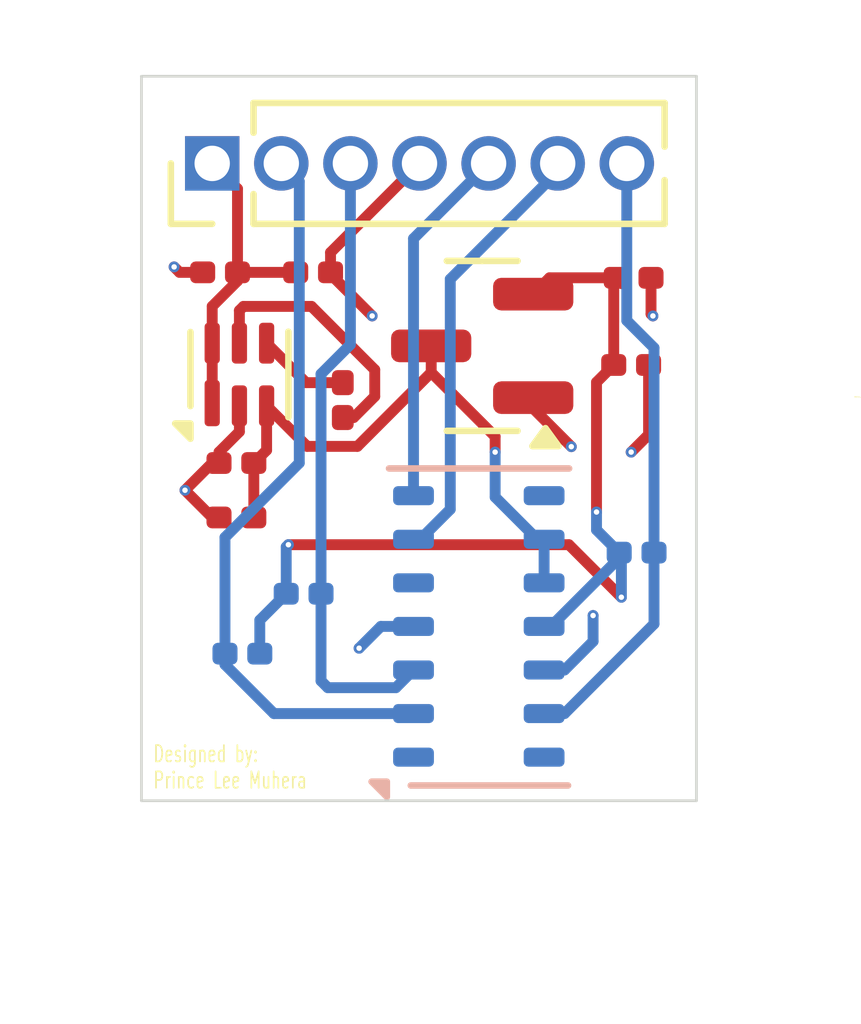
<source format=kicad_pcb>
(kicad_pcb (version 20240108) (generator "pcbnew") (generator_version "8.0")
  (layers (0 "F.Cu" signal) (1 "In1.Cu" power "GnD") (2 "In2.Cu" power "PwR") (31 "B.Cu" signal) (34 "B.Paste" user) (35 "F.Paste" user) (36 "B.SilkS" user "B.Silkscreen") (37 "F.SilkS" user "F.Silkscreen") (38 "B.Mask" user) (39 "F.Mask" user) (44 "Edge.Cuts" user))
  (net 0 "")
  (net 1 "GND")
  (net 2 "Net-(U2-C+)")
  (net 3 "Net-(U2-C-)")
  (net 4 "3.3V")
  (net 5 "1.8V")
  (net 10 "/VCC")
  (net 11 "/SCL")
  (net 12 "/RD")
  (net 13 "/SDA")
  (net 14 "/IRD")
  (net 15 "/INT")
  (footprint "Capacitor_SMD:C_0201_0603Metric" (layer "F.Cu") (at 144.045 61.1)
    (property "Reference" "C2" (hide yes))
    (property "Value" "100nF" (hide yes))
    (pad "1" smd roundrect (at -0.32 0) (size 0.46 0.4) (layers "F.Cu" "F.Mask") (net 1 "GND"))
    (pad "2" smd roundrect (at 0.32 0) (size 0.46 0.4) (layers "F.Cu" "F.Mask") (net 10 "/VCC"))
  )
  (footprint "Capacitor_SMD:C_0201_0603Metric" (layer "F.Cu") (at 144.345 64.6 180)
    (property "Reference" "C6" (hide yes))
    (property "Value" "10uF" (hide yes))
    (pad "1" smd roundrect (at -0.32 0 180) (size 0.46 0.4) (layers "F.Cu" "F.Mask") (net 4 "3.3V"))
    (pad "2" smd roundrect (at 0.32 0 180) (size 0.46 0.4) (layers "F.Cu" "F.Mask") (net 1 "GND"))
  )
  (footprint "Capacitor_SMD:C_0201_0603Metric" (layer "F.Cu") (at 145.755 61.1)
    (property "Reference" "C1" (hide yes))
    (property "Value" "10uF" (hide yes))
    (pad "1" smd roundrect (at -0.32 0) (size 0.46 0.4) (layers "F.Cu" "F.Mask") (net 10 "/VCC"))
    (pad "2" smd roundrect (at 0.32 0) (size 0.46 0.4) (layers "F.Cu" "F.Mask") (net 1 "GND"))
  )
  (footprint "Package_SON:WSON-6_1.5x1.5mm_P0.5mm" (layer "F.Cu") (at 144.4 62.975 90)
    (property "Reference" "U2" (hide yes))
    (property "Value" "TLV70028_WSON6" (hide yes))
    (fp_line (start -0.58 -0.9) (end 0.78 -0.9) (stroke (width 0.12)) (layer "F.SilkS"))
    (fp_line (start -0.785 0.9) (end 0.785 0.9) (stroke (width 0.12)) (layer "F.SilkS"))
    (fp_poly (pts (xy -0.9 -0.9) (xy -1.18 -0.9) (xy -0.9 -1.18) (xy -0.9 -0.9)) (stroke (width 0.12)) (fill solid) (layer "F.SilkS"))
    (pad "1" smd roundrect (at -0.525 -0.5) (size 0.28 0.85) (layers "F.Cu" "F.Paste" "F.Mask") (net 10 "/VCC"))
    (pad "2" smd roundrect (at -0.575 0) (size 0.28 0.75) (layers "F.Cu" "F.Paste" "F.Mask") (net 1 "GND"))
    (pad "3" smd roundrect (at -0.575 0.5) (size 0.28 0.75) (layers "F.Cu" "F.Paste" "F.Mask") (net 4 "3.3V"))
    (pad "4" smd roundrect (at 0.575 0.5) (size 0.28 0.75) (layers "F.Cu" "F.Paste" "F.Mask") (net 2 "Net-(U2-C+)"))
    (pad "5" smd roundrect (at 0.575 0) (size 0.28 0.75) (layers "F.Cu" "F.Paste" "F.Mask") (net 3 "Net-(U2-C-)"))
    (pad "6" smd roundrect (at 0.575 -0.5) (size 0.28 0.75) (layers "F.Cu" "F.Paste" "F.Mask") (net 10 "/VCC"))
  )
  (footprint "Capacitor_SMD:C_0201_0603Metric" (layer "F.Cu") (at 144.345 65.6 180)
    (property "Reference" "C4" (hide yes))
    (property "Value" "100nF" (hide yes))
    (pad "1" smd roundrect (at -0.32 0 180) (size 0.46 0.4) (layers "F.Cu" "F.Mask") (net 4 "3.3V"))
    (pad "2" smd roundrect (at 0.32 0 180) (size 0.46 0.4) (layers "F.Cu" "F.Mask") (net 1 "GND"))
  )
  (footprint "Package_TO_SOT_SMD:SOT-23" (layer "F.Cu") (at 148.8625 62.45 180)
    (property "Reference" "U3" (hide yes))
    (property "Value" "TPS7A0512PDBZ" (hide yes))
    (fp_line (start 0 1.56) (end 0.65 1.56) (stroke (width 0.12)) (layer "F.SilkS"))
    (fp_line (start 0 1.56) (end -0.65 1.56) (stroke (width 0.12)) (layer "F.SilkS"))
    (fp_line (start 0 -1.56) (end 0.65 -1.56) (stroke (width 0.12)) (layer "F.SilkS"))
    (fp_line (start 0 -1.56) (end -0.65 -1.56) (stroke (width 0.12)) (layer "F.SilkS"))
    (fp_poly (pts (xy -1.1625 -1.51) (xy -1.4025 -1.84) (xy -0.9225 -1.84) (xy -1.1625 -1.51)) (stroke (width 0.12)) (fill solid) (layer "F.SilkS"))
    (pad "1" smd roundrect (at -0.9375 -0.95 180) (size 1.475 0.6) (layers "F.Cu" "F.Paste" "F.Mask") (net 1 "GND"))
    (pad "2" smd roundrect (at -0.9375 0.95 180) (size 1.475 0.6) (layers "F.Cu" "F.Paste" "F.Mask") (net 5 "1.8V"))
    (pad "3" smd roundrect (at 0.9375 0 180) (size 1.475 0.6) (layers "F.Cu" "F.Paste" "F.Mask") (net 4 "3.3V"))
  )
  (footprint "Capacitor_SMD:C_0201_0603Metric" (layer "F.Cu") (at 151.6 62.8 180)
    (property "Reference" "C5" (hide yes))
    (property "Value" "100nF" (hide yes))
    (pad "1" smd roundrect (at -0.32 0 180) (size 0.46 0.4) (layers "F.Cu" "F.Mask") (net 1 "GND"))
    (pad "2" smd roundrect (at 0.32 0 180) (size 0.46 0.4) (layers "F.Cu" "F.Mask") (net 5 "1.8V"))
  )
  (footprint "Connector_PinHeader_1.27mm:PinHeader_1x07_P1.27mm_Vertical" (layer "F.Cu") (at 143.9 59.1 90)
    (property "Reference" "J1" (hide yes))
    (property "Value" "Conn_01x07_Pin" (hide yes))
    (fp_line (start -1.11 -0.76) (end 0 -0.76) (stroke (width 0.12)) (layer "F.SilkS"))
    (fp_line (start -1.11 0) (end -1.11 -0.76) (stroke (width 0.12)) (layer "F.SilkS"))
    (fp_line (start 1.11 0.76) (end 1.11 8.315) (stroke (width 0.12)) (layer "F.SilkS"))
    (fp_line (start 0.563471 0.76) (end 1.11 0.76) (stroke (width 0.12)) (layer "F.SilkS"))
    (fp_line (start -1.11 0.76) (end -0.563471 0.76) (stroke (width 0.12)) (layer "F.SilkS"))
    (fp_line (start -1.11 0.76) (end -1.11 8.315) (stroke (width 0.12)) (layer "F.SilkS"))
    (fp_line (start 0.30753 8.315) (end 1.11 8.315) (stroke (width 0.12)) (layer "F.SilkS"))
    (fp_line (start -1.11 8.315) (end -0.30753 8.315) (stroke (width 0.12)) (layer "F.SilkS"))
    (pad "1" thru_hole rect (at 0 0 90) (size 1 1) (drill 0.65) (layers "*.Cu" "*.Mask") (net 10 "/VCC"))
    (pad "2" thru_hole oval (at 0 1.27 90) (size 1 1) (drill 0.65) (layers "*.Cu" "*.Mask") (net 11 "/SCL"))
    (pad "3" thru_hole oval (at 0 2.54 90) (size 1 1) (drill 0.65) (layers "*.Cu" "*.Mask") (net 13 "/SDA"))
    (pad "4" thru_hole oval (at 0 3.81 90) (size 1 1) (drill 0.65) (layers "*.Cu" "*.Mask") (net 1 "GND"))
    (pad "5" thru_hole oval (at 0 5.08 90) (size 1 1) (drill 0.65) (layers "*.Cu" "*.Mask") (net 14 "/IRD"))
    (pad "6" thru_hole oval (at 0 6.35 90) (size 1 1) (drill 0.65) (layers "*.Cu" "*.Mask") (net 12 "/RD"))
    (pad "7" thru_hole oval (at 0 7.62 90) (size 1 1) (drill 0.65) (layers "*.Cu" "*.Mask") (net 15 "/INT"))
  )
  (footprint "Capacitor_SMD:C_0201_0603Metric" (layer "F.Cu") (at 146.3 63.445 90)
    (property "Reference" "C3" (hide yes))
    (property "Value" "1uF" (hide yes))
    (pad "1" smd roundrect (at -0.32 0 90) (size 0.46 0.4) (layers "F.Cu" "F.Mask") (net 3 "Net-(U2-C-)"))
    (pad "2" smd roundrect (at 0.32 0 90) (size 0.46 0.4) (layers "F.Cu" "F.Mask") (net 2 "Net-(U2-C+)"))
  )
  (footprint "Capacitor_SMD:C_0201_0603Metric" (layer "F.Cu") (at 151.645 61.2)
    (property "Reference" "C7" (hide yes))
    (property "Value" "10uF" (hide yes))
    (pad "1" smd roundrect (at -0.32 0) (size 0.46 0.4) (layers "F.Cu" "F.Mask") (net 5 "1.8V"))
    (pad "2" smd roundrect (at 0.32 0) (size 0.46 0.4) (layers "F.Cu" "F.Mask") (net 1 "GND"))
  )
  (footprint "OptoDevice:Maxim_OLGA-14_3.3x5.6mm_P0.8mm" (layer "B.Cu") (at 148.8 67.6)
    (property "Reference" "U1" (hide yes))
    (property "Value" "MAX30102" (hide yes))
    (fp_line (start -1.65 -2.9) (end 1.66 -2.9) (stroke (width 0.12)) (layer "B.SilkS"))
    (fp_line (start 1.64 2.92) (end -1.25 2.92) (stroke (width 0.12)) (layer "B.SilkS"))
    (fp_poly (pts (xy -1.69 2.85) (xy -1.97 2.85) (xy -1.69 3.13) (xy -1.69 2.85)) (stroke (width 0.12)) (fill solid) (layer "B.SilkS"))
    (pad "1" smd roundrect (at -1.2 2.4) (size 0.75 0.35) (layers "B.Cu" "B.Paste" "B.Mask"))
    (pad "2" smd roundrect (at -1.2 1.6) (size 0.75 0.35) (layers "B.Cu" "B.Paste" "B.Mask") (net 11 "/SCL"))
    (pad "3" smd roundrect (at -1.2 0.8) (size 0.75 0.35) (layers "B.Cu" "B.Paste" "B.Mask") (net 13 "/SDA"))
    (pad "4" smd roundrect (at -1.2 0) (size 0.75 0.35) (layers "B.Cu" "B.Paste" "B.Mask") (net 1 "GND"))
    (pad "5" smd roundrect (at -1.2 -0.8) (size 0.75 0.35) (layers "B.Cu" "B.Paste" "B.Mask"))
    (pad "6" smd roundrect (at -1.2 -1.6) (size 0.75 0.35) (layers "B.Cu" "B.Paste" "B.Mask") (net 12 "/RD"))
    (pad "7" smd roundrect (at -1.2 -2.4) (size 0.75 0.35) (layers "B.Cu" "B.Paste" "B.Mask") (net 14 "/IRD"))
    (pad "8" smd roundrect (at 1.2 -2.4) (size 0.75 0.35) (layers "B.Cu" "B.Paste" "B.Mask"))
    (pad "9" smd roundrect (at 1.2 -1.6) (size 0.75 0.35) (layers "B.Cu" "B.Paste" "B.Mask") (net 4 "3.3V"))
    (pad "10" smd roundrect (at 1.2 -0.8) (size 0.75 0.35) (layers "B.Cu" "B.Paste" "B.Mask") (net 4 "3.3V"))
    (pad "11" smd roundrect (at 1.2 0) (size 0.75 0.35) (layers "B.Cu" "B.Paste" "B.Mask") (net 5 "1.8V"))
    (pad "12" smd roundrect (at 1.2 0.8) (size 0.75 0.35) (layers "B.Cu" "B.Paste" "B.Mask") (net 1 "GND"))
    (pad "13" smd roundrect (at 1.2 1.6) (size 0.75 0.35) (layers "B.Cu" "B.Paste" "B.Mask") (net 15 "/INT"))
    (pad "14" smd roundrect (at 1.2 2.4) (size 0.75 0.35) (layers "B.Cu" "B.Paste" "B.Mask"))
  )
  (footprint "Resistor_SMD:R_0201_0603Metric" (layer "B.Cu") (at 151.7 66.245 180)
    (property "Reference" "R3" (hide yes))
    (property "Value" "4.7" (hide yes))
    (pad "1" smd roundrect (at -0.32 0 180) (size 0.46 0.4) (layers "B.Cu" "B.Mask") (net 15 "/INT"))
    (pad "2" smd roundrect (at 0.32 0 180) (size 0.46 0.4) (layers "B.Cu" "B.Mask") (net 5 "1.8V"))
  )
  (footprint "Resistor_SMD:R_0201_0603Metric" (layer "B.Cu") (at 145.58 67 180)
    (property "Reference" "R2" (hide yes))
    (property "Value" "4.7k" (hide yes))
    (pad "1" smd roundrect (at -0.32 0 180) (size 0.46 0.4) (layers "B.Cu" "B.Mask") (net 13 "/SDA"))
    (pad "2" smd roundrect (at 0.32 0 180) (size 0.46 0.4) (layers "B.Cu" "B.Mask") (net 5 "1.8V"))
  )
  (footprint "Resistor_SMD:R_0201_0603Metric" (layer "B.Cu") (at 144.455 68.1)
    (property "Reference" "R1" (hide yes))
    (property "Value" "4.7k" (hide yes))
    (pad "1" smd roundrect (at -0.32 0) (size 0.46 0.4) (layers "B.Cu" "B.Mask") (net 11 "/SCL"))
    (pad "2" smd roundrect (at 0.32 0) (size 0.46 0.4) (layers "B.Cu" "B.Mask") (net 5 "1.8V"))
  )
  (gr_line (start 142.6 57.5) (end 142.6 70.8) (stroke (width 0.05)) (layer "Edge.Cuts"))
  (gr_line (start 152.8 57.5) (end 142.6 57.5) (stroke (width 0.05)) (layer "Edge.Cuts"))
  (gr_line (start 142.6 70.8) (end 152.8 70.8) (stroke (width 0.05)) (layer "Edge.Cuts"))
  (gr_line (start 152.8 70.8) (end 152.8 57.5) (stroke (width 0.05)) (layer "Edge.Cuts"))
  (gr_text "Designed by: \nPrince Lee Muhera" (at 142.8 70.6 0) (layer "F.SilkS") (effects (font (size 0.3 0.2) (thickness 0.03)) (justify left bottom)))
  (gr_text "Designed by: \nPrince Lee Muhera" (at 155.7 63.4 0) (layer "F.SilkS") (effects (font (size 0.01 0.01) (thickness 0.0025)) (justify left bottom)))
  (segment (start 144.025 65.6) (end 143.9 65.6) (width 0.2) (layer "F.Cu") (net 1))
  (segment (start 146.075 61.135) (end 146.84 61.9) (width 0.2) (layer "F.Cu") (net 1))
  (segment (start 146.075 61.1) (end 146.075 61.135) (width 0.2) (layer "F.Cu") (net 1))
  (segment (start 152 61.9) (end 151.965 61.865) (width 0.2) (layer "F.Cu") (net 1))
  (segment (start 143.725 61.1) (end 143.3 61.1) (width 0.2) (layer "F.Cu") (net 1))
  (segment (start 149.8 63.4) (end 149.8 63.6) (width 0.2) (layer "F.Cu") (net 1))
  (segment (start 143.9 64.6) (end 143.4 65.1) (width 0.2) (layer "F.Cu") (net 1))
  (segment (start 143.3 61.1) (end 143.2 61) (width 0.2) (layer "F.Cu") (net 1))
  (segment (start 146.075 61.1) (end 146.075 60.735) (width 0.2) (layer "F.Cu") (net 1))
  (segment (start 149.8 63.6) (end 150.5 64.3) (width 0.2) (layer "F.Cu") (net 1))
  (segment (start 151.6 64.4) (end 151.92 64.08) (width 0.2) (layer "F.Cu") (net 1))
  (segment (start 144.4 64.025001) (end 144.4 63.55) (width 0.2) (layer "F.Cu") (net 1))
  (segment (start 144.025 64.400001) (end 144.4 64.025001) (width 0.2) (layer "F.Cu") (net 1))
  (segment (start 151.965 61.865) (end 151.965 61.2) (width 0.2) (layer "F.Cu") (net 1))
  (segment (start 144.025 64.6) (end 143.9 64.6) (width 0.2) (layer "F.Cu") (net 1))
  (segment (start 144.025 64.6) (end 144.025 64.400001) (width 0.2) (layer "F.Cu") (net 1))
  (segment (start 151.92 64.08) (end 151.92 62.8) (width 0.2) (layer "F.Cu") (net 1))
  (segment (start 143.9 65.6) (end 143.4 65.1) (width 0.2) (layer "F.Cu") (net 1))
  (segment (start 146.075 60.735) (end 147.71 59.1) (width 0.2) (layer "F.Cu") (net 1))
  (via (at 151.6 64.4) (size 0.2) (drill 0.1) (layers "F.Cu" "B.Cu") (net 1))
  (via (at 150.5 64.3) (size 0.2) (drill 0.1) (layers "F.Cu" "B.Cu") (net 1))
  (via (at 143.4 65.1) (size 0.2) (drill 0.1) (layers "F.Cu" "B.Cu") (net 1))
  (via (at 143.2 61) (size 0.2) (drill 0.1) (layers "F.Cu" "B.Cu") (net 1))
  (via (at 150.9 67.4) (size 0.2) (drill 0.1) (layers "F.Cu" "B.Cu") (net 1))
  (via (at 146.6 68) (size 0.2) (drill 0.1) (layers "F.Cu" "B.Cu") (net 1))
  (via (at 152 61.9) (size 0.2) (drill 0.1) (layers "F.Cu" "B.Cu") (net 1))
  (via (at 146.84 61.9) (size 0.2) (drill 0.1) (layers "F.Cu" "B.Cu") (net 1))
  (segment (start 147.8 59.1) (end 147.71 59.1) (width 0.2) (layer "B.Cu") (net 1))
  (segment (start 150 68.4) (end 150.374999 68.4) (width 0.2) (layer "B.Cu") (net 1))
  (segment (start 147.6 67.6) (end 147 67.6) (width 0.2) (layer "B.Cu") (net 1))
  (segment (start 150.9 67.874999) (end 150.9 67.4) (width 0.2) (layer "B.Cu") (net 1))
  (segment (start 147 67.6) (end 146.6 68) (width 0.2) (layer "B.Cu") (net 1))
  (segment (start 150.374999 68.4) (end 150.9 67.874999) (width 0.2) (layer "B.Cu") (net 1))
  (segment (start 144.9 62.4) (end 145.625 63.125) (width 0.2) (layer "F.Cu") (net 2))
  (segment (start 145.625 63.125) (end 146.3 63.125) (width 0.2) (layer "F.Cu") (net 2))
  (segment (start 146.3 63.765) (end 146.499999 63.765) (width 0.2) (layer "F.Cu") (net 3))
  (segment (start 144.4 61.8002) (end 144.4 62.4) (width 0.2) (layer "F.Cu") (net 3))
  (segment (start 146.8875 63.377499) (end 146.8875 62.8875) (width 0.2) (layer "F.Cu") (net 3))
  (segment (start 146.499999 63.765) (end 146.8875 63.377499) (width 0.2) (layer "F.Cu") (net 3))
  (segment (start 145.725 61.725) (end 144.4752 61.725) (width 0.2) (layer "F.Cu") (net 3))
  (segment (start 146.8875 62.8875) (end 145.725 61.725) (width 0.2) (layer "F.Cu") (net 3))
  (segment (start 144.4752 61.725) (end 144.4 61.8002) (width 0.2) (layer "F.Cu") (net 3))
  (segment (start 145.645 64.295) (end 144.9 63.55) (width 0.2) (layer "F.Cu") (net 4))
  (segment (start 147.925 62.45) (end 147.925 62.938456) (width 0.2) (layer "F.Cu") (net 4))
  (segment (start 149.1 64.113456) (end 147.925 62.938456) (width 0.2) (layer "F.Cu") (net 4))
  (segment (start 146.568456 64.295) (end 145.645 64.295) (width 0.2) (layer "F.Cu") (net 4))
  (segment (start 147.925 62.938456) (end 146.568456 64.295) (width 0.2) (layer "F.Cu") (net 4))
  (segment (start 144.665 64.6) (end 144.9 64.365) (width 0.2) (layer "F.Cu") (net 4))
  (segment (start 144.9 64.365) (end 144.9 63.55) (width 0.2) (layer "F.Cu") (net 4))
  (segment (start 149.1 64.4) (end 149.1 64.113456) (width 0.2) (layer "F.Cu") (net 4))
  (segment (start 144.665 65.6) (end 144.665 64.6) (width 0.2) (layer "F.Cu") (net 4))
  (via (at 149.1 64.4) (size 0.2) (drill 0.1) (layers "F.Cu" "B.Cu") (net 4))
  (segment (start 150 66) (end 149.874568 66) (width 0.2) (layer "B.Cu") (net 4))
  (segment (start 149.1 65.225432) (end 149.1 64.4) (width 0.2) (layer "B.Cu") (net 4))
  (segment (start 149.874568 66) (end 149.1 65.225432) (width 0.2) (layer "B.Cu") (net 4))
  (segment (start 150 66.8) (end 150 66) (width 0.2) (layer "B.Cu") (net 4))
  (segment (start 150.963235 65.5) (end 150.963235 63.116765) (width 0.2) (layer "F.Cu") (net 5))
  (segment (start 150.963235 63.116765) (end 151.28 62.8) (width 0.2) (layer "F.Cu") (net 5))
  (segment (start 150.1 61.2) (end 149.8 61.5) (width 0.2) (layer "F.Cu") (net 5))
  (segment (start 151.435 61.31) (end 151.325 61.2) (width 0.2) (layer "F.Cu") (net 5))
  (segment (start 151.325 61.2) (end 150.1 61.2) (width 0.2) (layer "F.Cu") (net 5))
  (segment (start 150.455779 66.1) (end 151.42 67.064221) (width 0.2) (layer "F.Cu") (net 5))
  (segment (start 151.28 62.8) (end 151.28 61.245) (width 0.2) (layer "F.Cu") (net 5))
  (segment (start 151.28 61.245) (end 151.325 61.2) (width 0.2) (layer "F.Cu") (net 5))
  (segment (start 145.3 66.1) (end 150.455779 66.1) (width 0.2) (layer "F.Cu") (net 5))
  (via (at 151.42 67.064221) (size 0.2) (drill 0.1) (layers "F.Cu" "B.Cu") (net 5))
  (via (at 145.3 66.1) (size 0.2) (drill 0.1) (layers "F.Cu" "B.Cu") (net 5))
  (via (at 150.963235 65.5) (size 0.2) (drill 0.1) (layers "F.Cu" "B.Cu") (net 5))
  (segment (start 151.42 66.285) (end 151.38 66.245) (width 0.2) (layer "B.Cu") (net 5))
  (segment (start 145.26 67) (end 145.26 66.14) (width 0.2) (layer "B.Cu") (net 5))
  (segment (start 150.125432 67.6) (end 151.38 66.345432) (width 0.2) (layer "B.Cu") (net 5))
  (segment (start 144.775 67.485) (end 145.26 67) (width 0.2) (layer "B.Cu") (net 5))
  (segment (start 150 67.6) (end 150.125432 67.6) (width 0.2) (layer "B.Cu") (net 5))
  (segment (start 151.38 66.345432) (end 151.38 66.245) (width 0.2) (layer "B.Cu") (net 5))
  (segment (start 150.963235 65.828235) (end 151.38 66.245) (width 0.2) (layer "B.Cu") (net 5))
  (segment (start 145.26 66.14) (end 145.3 66.1) (width 0.2) (layer "B.Cu") (net 5))
  (segment (start 144.775 68.1) (end 144.775 67.485) (width 0.2) (layer "B.Cu") (net 5))
  (segment (start 151.42 67.064221) (end 151.42 66.285) (width 0.2) (layer "B.Cu") (net 5))
  (segment (start 150.963235 65.5) (end 150.963235 65.828235) (width 0.2) (layer "B.Cu") (net 5))
  (segment (start 143.9 61.723456) (end 144.365 61.258456) (width 0.2) (layer "F.Cu") (net 10))
  (segment (start 143.9 63.5) (end 143.9 62.4) (width 0.2) (layer "F.Cu") (net 10))
  (segment (start 143.9 62.4) (end 143.9 61.723456) (width 0.2) (layer "F.Cu") (net 10))
  (segment (start 144.365 59.565) (end 143.9 59.1) (width 0.2) (layer "F.Cu") (net 10))
  (segment (start 145.435 61.1) (end 144.365 61.1) (width 0.2) (layer "F.Cu") (net 10))
  (segment (start 144.365 61.258456) (end 144.365 61.1) (width 0.2) (layer "F.Cu") (net 10))
  (segment (start 144.365 61.1) (end 144.365 59.565) (width 0.2) (layer "F.Cu") (net 10))
  (segment (start 144.135 68.299999) (end 145.035001 69.2) (width 0.2) (layer "B.Cu") (net 11))
  (segment (start 144.135 68.1) (end 144.135 68.299999) (width 0.2) (layer "B.Cu") (net 11))
  (segment (start 145.5 59.43) (end 145.17 59.1) (width 0.2) (layer "B.Cu") (net 11))
  (segment (start 145.5 64.6) (end 145.5 59.43) (width 0.2) (layer "B.Cu") (net 11))
  (segment (start 145.035001 69.2) (end 147.6 69.2) (width 0.2) (layer "B.Cu") (net 11))
  (segment (start 144.135 65.965) (end 145.5 64.6) (width 0.2) (layer "B.Cu") (net 11))
  (segment (start 144.135 68.1) (end 144.135 65.965) (width 0.2) (layer "B.Cu") (net 11))
  (segment (start 150.25 59.25) (end 150.25 59.1) (width 0.2) (layer "B.Cu") (net 12))
  (segment (start 148.275 61.225) (end 150.25 59.25) (width 0.2) (layer "B.Cu") (net 12))
  (segment (start 147.6 66) (end 147.725432 66) (width 0.2) (layer "B.Cu") (net 12))
  (segment (start 147.725432 66) (end 148.275 65.450432) (width 0.2) (layer "B.Cu") (net 12))
  (segment (start 148.275 65.450432) (end 148.275 61.225) (width 0.2) (layer "B.Cu") (net 12))
  (segment (start 147.275 68.725) (end 147.6 68.4) (width 0.2) (layer "B.Cu") (net 13))
  (segment (start 146.025 68.725) (end 147.275 68.725) (width 0.2) (layer "B.Cu") (net 13))
  (segment (start 145.9 67) (end 145.9 68.6) (width 0.2) (layer "B.Cu") (net 13))
  (segment (start 145.9 68.6) (end 146.025 68.725) (width 0.2) (layer "B.Cu") (net 13))
  (segment (start 145.9 62.965686) (end 146.44 62.425686) (width 0.2) (layer "B.Cu") (net 13))
  (segment (start 145.9 67) (end 145.9 62.965686) (width 0.2) (layer "B.Cu") (net 13))
  (segment (start 146.44 62.425686) (end 146.44 59.1) (width 0.2) (layer "B.Cu") (net 13))
  (segment (start 147.6 60.48) (end 148.98 59.1) (width 0.2) (layer "B.Cu") (net 14))
  (segment (start 147.6 65.2) (end 147.6 60.48) (width 0.2) (layer "B.Cu") (net 14))
  (segment (start 150 69.2) (end 150.374999 69.2) (width 0.2) (layer "B.Cu") (net 15))
  (segment (start 151.52 61.985686) (end 151.52 59.1) (width 0.2) (layer "B.Cu") (net 15))
  (segment (start 152.02 67.554999) (end 152.02 66.245) (width 0.2) (layer "B.Cu") (net 15))
  (segment (start 152.02 66.245) (end 152.02 62.485686) (width 0.2) (layer "B.Cu") (net 15))
  (segment (start 152.02 62.485686) (end 151.52 61.985686) (width 0.2) (layer "B.Cu") (net 15))
  (segment (start 150.374999 69.2) (end 152.02 67.554999) (width 0.2) (layer "B.Cu") (net 15))
)
</source>
